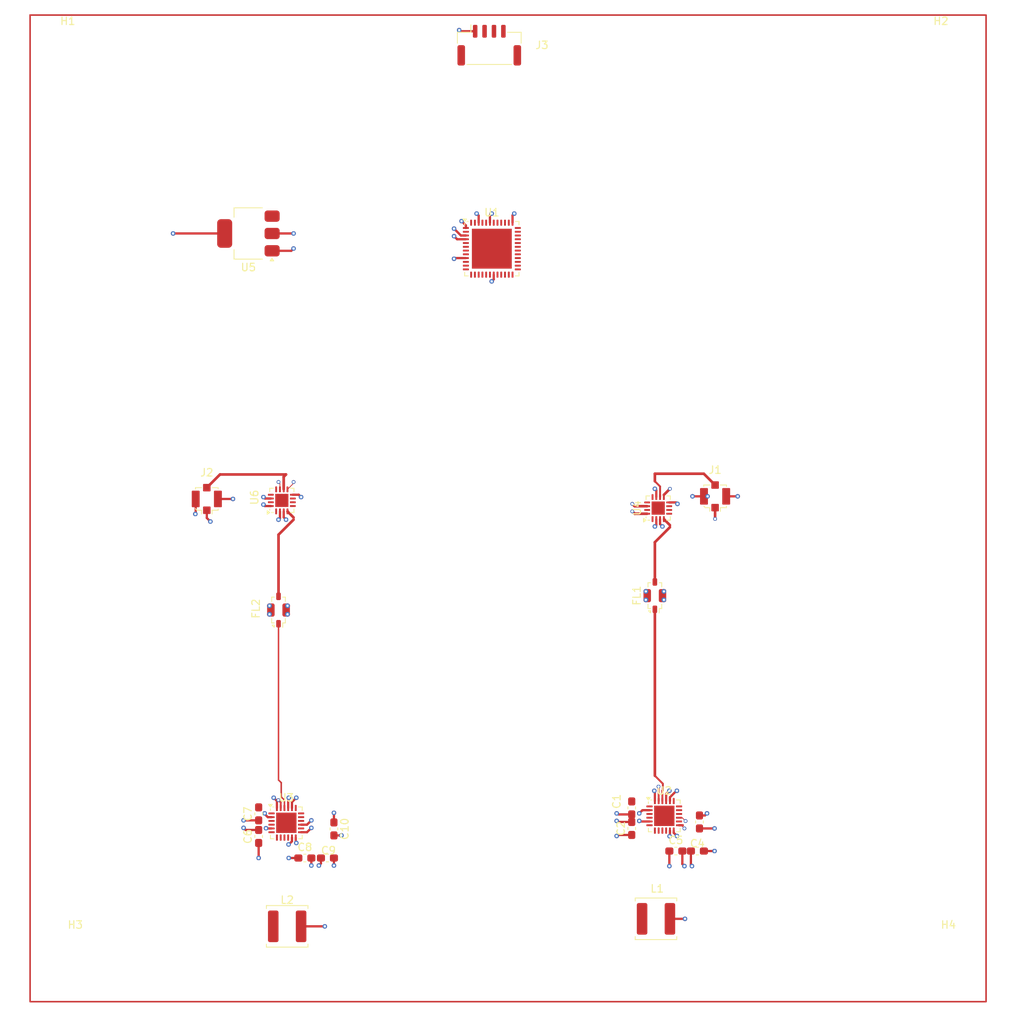
<source format=kicad_pcb>
(kicad_pcb (version 20241229) (generator "pcbnew") (generator_version "9.0")
  (layers (0 "F.Cu" signal) (4 "In1.Cu" signal) (6 "In2.Cu" signal) (2 "B.Cu" signal) (13 "F.Paste" user) (15 "B.Paste" user) (5 "F.SilkS" user "F.Silkscreen") (7 "B.SilkS" user "B.Silkscreen") (1 "F.Mask" user) (3 "B.Mask" user) (25 "Edge.Cuts" user))
  (net 0 "")
  (net 1 "Net-(FL1-GND-Pad2)")
  (net 2 "Net-(FL1-IN)")
  (net 3 "Net-(FL1-OUT)")
  (net 5 "/RXEN1")
  (net 6 "+3.3V")
  (net 17 "/TX")
  (net 18 "/TXENO")
  (net 19 "/CS1")
  (net 21 "/CSO")
  (net 22 "/SCK")
  (net 28 "GND")
  (net 29 "/MISO")
  (net 30 "/RXENO")
  (net 32 "/TXEN1")
  (net 37 "/RX")
  (net 43 "/MOSI")
  (net 47 "Net-(U2-VR_PA)")
  (net 48 "Net-(U3-VR_PA)")
  (net 49 "Net-(FL2-GND-Pad2)")
  (net 50 "Net-(FL2-IN)")
  (net 51 "Net-(FL2-OUT)")
  (net 52 "Net-(J1-In)")
  (net 53 "Net-(J2-In)")
  (net 54 "/VCC")
  (net 55 "Net-(U2-DCC_SW)")
  (net 56 "Net-(U3-DCC_SW)")
  (net 58 "/NRESET")
  (net 63 "Net-(U2-XTA)")
  (net 66 "/CS0")
  (net 67 "Net-(U3-XTA)")
  (footprint "Package_DFN_QFN:QFN-48-1EP_7x7mm_P0.5mm_EP5.3x5.3mm" (layer "F.Cu") (at 167.34 50.02)
    (property "Reference" "U1" (at 0 -4.8 0) (layer "F.SilkS"))
    (property "Value" "ESP32-PICO-D4")
    (pad "1" smd roundrect (at -3.45 -2.75) (size 0.8 0.25) (layers "F.Cu" "F.Mask" "F.Paste") (net 6 "+3.3V"))
    (pad "2" smd roundrect (at -3.45 -2.25) (size 0.8 0.25) (layers "F.Cu" "F.Mask" "F.Paste"))
    (pad "3" smd roundrect (at -3.45 -1.75) (size 0.8 0.25) (layers "F.Cu" "F.Mask" "F.Paste") (net 6 "+3.3V"))
    (pad "4" smd roundrect (at -3.45 -1.25) (size 0.8 0.25) (layers "F.Cu" "F.Mask" "F.Paste") (net 6 "+3.3V"))
    (pad "5" smd roundrect (at -3.45 -0.75) (size 0.8 0.25) (layers "F.Cu" "F.Mask" "F.Paste"))
    (pad "6" smd roundrect (at -3.45 -0.25) (size 0.8 0.25) (layers "F.Cu" "F.Mask" "F.Paste"))
    (pad "7" smd roundrect (at -3.45 0.25) (size 0.8 0.25) (layers "F.Cu" "F.Mask" "F.Paste"))
    (pad "8" smd roundrect (at -3.45 0.75) (size 0.8 0.25) (layers "F.Cu" "F.Mask" "F.Paste"))
    (pad "9" smd roundrect (at -3.45 1.25) (size 0.8 0.25) (layers "F.Cu" "F.Mask" "F.Paste") (net 6 "+3.3V"))
    (pad "10" smd roundrect (at -3.45 1.75) (size 0.8 0.25) (layers "F.Cu" "F.Mask" "F.Paste"))
    (pad "11" smd roundrect (at -3.45 2.25) (size 0.8 0.25) (layers "F.Cu" "F.Mask" "F.Paste"))
    (pad "12" smd roundrect (at -3.45 2.75) (size 0.8 0.25) (layers "F.Cu" "F.Mask" "F.Paste") (net 5 "/RXEN1"))
    (pad "13" smd roundrect (at -2.75 3.45) (size 0.25 0.8) (layers "F.Cu" "F.Mask" "F.Paste"))
    (pad "14" smd roundrect (at -2.25 3.45) (size 0.25 0.8) (layers "F.Cu" "F.Mask" "F.Paste") (net 18 "/TXENO"))
    (pad "15" smd roundrect (at -1.75 3.45) (size 0.25 0.8) (layers "F.Cu" "F.Mask" "F.Paste") (net 30 "/RXENO"))
    (pad "16" smd roundrect (at -1.25 3.45) (size 0.25 0.8) (layers "F.Cu" "F.Mask" "F.Paste") (net 32 "/TXEN1"))
    (pad "17" smd roundrect (at -0.75 3.45) (size 0.25 0.8) (layers "F.Cu" "F.Mask" "F.Paste"))
    (pad "18" smd roundrect (at -0.25 3.45) (size 0.25 0.8) (layers "F.Cu" "F.Mask" "F.Paste"))
    (pad "19" smd roundrect (at 0.25 3.45) (size 0.25 0.8) (layers "F.Cu" "F.Mask" "F.Paste") (net 6 "+3.3V"))
    (pad "20" smd roundrect (at 0.75 3.45) (size 0.25 0.8) (layers "F.Cu" "F.Mask" "F.Paste"))
    (pad "21" smd roundrect (at 1.25 3.45) (size 0.25 0.8) (layers "F.Cu" "F.Mask" "F.Paste"))
    (pad "22" smd roundrect (at 1.75 3.45) (size 0.25 0.8) (layers "F.Cu" "F.Mask" "F.Paste") (net 21 "/CSO"))
    (pad "23" smd roundrect (at 2.25 3.45) (size 0.25 0.8) (layers "F.Cu" "F.Mask" "F.Paste"))
    (pad "24" smd roundrect (at 2.75 3.45) (size 0.25 0.8) (layers "F.Cu" "F.Mask" "F.Paste"))
    (pad "25" smd roundrect (at 3.45 2.75) (size 0.8 0.25) (layers "F.Cu" "F.Mask" "F.Paste"))
    (pad "26" smd roundrect (at 3.45 2.25) (size 0.8 0.25) (layers "F.Cu" "F.Mask" "F.Paste"))
    (pad "27" smd roundrect (at 3.45 1.75) (size 0.8 0.25) (layers "F.Cu" "F.Mask" "F.Paste"))
    (pad "28" smd roundrect (at 3.45 1.25) (size 0.8 0.25) (layers "F.Cu" "F.Mask" "F.Paste"))
    (pad "29" smd roundrect (at 3.45 0.75) (size 0.8 0.25) (layers "F.Cu" "F.Mask" "F.Paste"))
    (pad "30" smd roundrect (at 3.45 0.25) (size 0.8 0.25) (layers "F.Cu" "F.Mask" "F.Paste"))
    (pad "31" smd roundrect (at 3.45 -0.25) (size 0.8 0.25) (layers "F.Cu" "F.Mask" "F.Paste"))
    (pad "32" smd roundrect (at 3.45 -0.75) (size 0.8 0.25) (layers "F.Cu" "F.Mask" "F.Paste"))
    (pad "33" smd roundrect (at 3.45 -1.25) (size 0.8 0.25) (layers "F.Cu" "F.Mask" "F.Paste"))
    (pad "34" smd roundrect (at 3.45 -1.75) (size 0.8 0.25) (layers "F.Cu" "F.Mask" "F.Paste") (net 19 "/CS1"))
    (pad "35" smd roundrect (at 3.45 -2.25) (size 0.8 0.25) (layers "F.Cu" "F.Mask" "F.Paste") (net 22 "/SCK"))
    (pad "36" smd roundrect (at 3.45 -2.75) (size 0.8 0.25) (layers "F.Cu" "F.Mask" "F.Paste") (net 43 "/MOSI"))
    (pad "37" smd roundrect (at 2.75 -3.45) (size 0.25 0.8) (layers "F.Cu" "F.Mask" "F.Paste") (net 6 "+3.3V"))
    (pad "38" smd roundrect (at 2.25 -3.45) (size 0.25 0.8) (layers "F.Cu" "F.Mask" "F.Paste") (net 29 "/MISO"))
    (pad "39" smd roundrect (at 1.75 -3.45) (size 0.25 0.8) (layers "F.Cu" "F.Mask" "F.Paste"))
    (pad "40" smd roundrect (at 1.25 -3.45) (size 0.25 0.8) (layers "F.Cu" "F.Mask" "F.Paste") (net 37 "/RX"))
    (pad "41" smd roundrect (at 0.75 -3.45) (size 0.25 0.8) (layers "F.Cu" "F.Mask" "F.Paste") (net 17 "/TX"))
    (pad "42" smd roundrect (at 0.25 -3.45) (size 0.25 0.8) (layers "F.Cu" "F.Mask" "F.Paste"))
    (pad "43" smd roundrect (at -0.25 -3.45) (size 0.25 0.8) (layers "F.Cu" "F.Mask" "F.Paste") (net 6 "+3.3V"))
    (pad "44" smd roundrect (at -0.75 -3.45) (size 0.25 0.8) (layers "F.Cu" "F.Mask" "F.Paste"))
    (pad "45" smd roundrect (at -1.25 -3.45) (size 0.25 0.8) (layers "F.Cu" "F.Mask" "F.Paste"))
    (pad "46" smd roundrect (at -1.75 -3.45) (size 0.25 0.8) (layers "F.Cu" "F.Mask" "F.Paste") (net 6 "+3.3V"))
    (pad "47" smd roundrect (at -2.25 -3.45) (size 0.25 0.8) (layers "F.Cu" "F.Mask" "F.Paste"))
    (pad "48" smd roundrect (at -2.75 -3.45) (size 0.25 0.8) (layers "F.Cu" "F.Mask" "F.Paste"))
    (pad "49" smd rect (at 0 0) (size 5.3 5.3) (property pad_prop_heatsink) (layers "F.Cu" "F.Mask") (net 28 "GND"))
  )
  (footprint "Capacitor_SMD:C_0603_1608Metric_Pad1.08x0.95mm_HandSolder" (layer "F.Cu") (at 185.925 124.275 90)
    (property "Reference" "C1" (at 0.8625 -2 90) (layer "F.SilkS"))
    (property "Value" "10nF")
    (pad "1" smd roundrect (at -0.8625 0 90) (size 1.075 0.95) (layers "F.Cu" "F.Mask" "F.Paste") (net 28 "GND"))
    (pad "2" smd roundrect (at 0.8625 0 90) (size 1.075 0.95) (layers "F.Cu" "F.Mask" "F.Paste") (net 47 "Net-(U2-VR_PA)"))
  )
  (footprint "Inductor_SMD:L_APV_ANR5045" (layer "F.Cu") (at 189.15 139)
    (property "Reference" "L1" (at 0.15 -4 0) (layer "F.SilkS"))
    (property "Value" "15uH MPL-SES5040-150")
    (pad "1" smd roundrect (at -1.85 0) (size 1.4 4.2) (layers "F.Cu" "F.Mask" "F.Paste") (roundrect_rratio 0.178571) (net 55 "Net-(U2-DCC_SW)"))
    (pad "2" smd roundrect (at 1.85 0) (size 1.4 4.2) (layers "F.Cu" "F.Mask" "F.Paste") (roundrect_rratio 0.178571) (net 6 "+3.3V"))
  )
  (footprint "Capacitor_SMD:C_0603_1608Metric_Pad1.08x0.95mm_HandSolder" (layer "F.Cu") (at 145.5 130.925 180)
    (property "Reference" "C9" (at -0.1375 1 0) (layer "F.SilkS"))
    (property "Value" "100nF")
    (pad "1" smd roundrect (at -0.8625 0 180) (size 1.075 0.95) (layers "F.Cu" "F.Mask" "F.Paste") (net 28 "GND"))
    (pad "2" smd roundrect (at 0.8625 0 180) (size 1.075 0.95) (layers "F.Cu" "F.Mask" "F.Paste") (net 6 "+3.3V"))
  )
  (footprint "MountingHole:MountingHole_3.2mm_M3" (layer "F.Cu") (at 112 144)
    (property "Reference" "H3" (at 0 -4.2 0) (layer "F.SilkS"))
    (property "Value" "MountingHole")
    (pad "" np_thru_hole circle (at 0 0) (size 3.2 3.2) (drill 3.2) (layers "*.Cu" "*.Mask"))
  )
  (footprint "Capacitor_SMD:C_0603_1608Metric_Pad1.08x0.95mm_HandSolder" (layer "F.Cu") (at 194.65 130 180)
    (property "Reference" "C4" (at 0 1 0) (layer "F.SilkS"))
    (property "Value" "100nF")
    (pad "1" smd roundrect (at -0.8625 0 180) (size 1.075 0.95) (layers "F.Cu" "F.Mask" "F.Paste") (net 28 "GND"))
    (pad "2" smd roundrect (at 0.8625 0 180) (size 1.075 0.95) (layers "F.Cu" "F.Mask" "F.Paste") (net 6 "+3.3V"))
  )
  (footprint "Capacitor_SMD:C_0603_1608Metric_Pad1.08x0.95mm_HandSolder" (layer "F.Cu") (at 136.3625 128.0625 90)
    (property "Reference" "C6" (at 0 -1.43 90) (layer "F.SilkS"))
    (property "Value" "10nF")
    (pad "1" smd roundrect (at -0.8625 0 90) (size 1.075 0.95) (layers "F.Cu" "F.Mask" "F.Paste") (net 28 "GND"))
    (pad "2" smd roundrect (at 0.8625 0 90) (size 1.075 0.95) (layers "F.Cu" "F.Mask" "F.Paste") (net 6 "+3.3V"))
  )
  (footprint "Capacitor_SMD:C_0603_1608Metric_Pad1.08x0.95mm_HandSolder" (layer "F.Cu") (at 146.3625 127.0625 -90)
    (property "Reference" "C10" (at 0 -1.43 90) (layer "F.SilkS"))
    (property "Value" "100nF")
    (pad "1" smd roundrect (at -0.8625 0 270) (size 1.075 0.95) (layers "F.Cu" "F.Mask" "F.Paste") (net 28 "GND"))
    (pad "2" smd roundrect (at 0.8625 0 270) (size 1.075 0.95) (layers "F.Cu" "F.Mask" "F.Paste") (net 6 "+3.3V"))
  )
  (footprint "MountingHole:MountingHole_3.2mm_M3" (layer "F.Cu") (at 227 24)
    (property "Reference" "H2" (at 0 -4.2 0) (layer "F.SilkS"))
    (property "Value" "MountingHole")
    (pad "" np_thru_hole circle (at 0 0) (size 3.2 3.2) (drill 3.2) (layers "*.Cu" "*.Mask"))
  )
  (footprint "Package_DFN_QFN:QFN-16-1EP_3x3mm_P0.5mm_EP1.75x1.75mm" (layer "F.Cu") (at 189.44 84.4625 90)
    (property "Reference" "U4" (at 0 -2.8 90) (layer "F.SilkS"))
    (property "Value" "~")
    (pad "1" smd roundrect (at -1.4625 -0.75 90) (size 0.775 0.25) (layers "F.Cu" "F.Mask" "F.Paste"))
    (pad "2" smd roundrect (at -1.4625 -0.25 90) (size 0.775 0.25) (layers "F.Cu" "F.Mask" "F.Paste") (net 28 "GND"))
    (pad "3" smd roundrect (at -1.4625 0.25 90) (size 0.775 0.25) (layers "F.Cu" "F.Mask" "F.Paste") (net 28 "GND"))
    (pad "4" smd roundrect (at -1.4625 0.75 90) (size 0.775 0.25) (layers "F.Cu" "F.Mask" "F.Paste") (net 3 "Net-(FL1-OUT)"))
    (pad "5" smd roundrect (at -0.75 1.4625 90) (size 0.25 0.775) (layers "F.Cu" "F.Mask" "F.Paste") (net 18 "/TXENO"))
    (pad "6" smd roundrect (at -0.25 1.4625 90) (size 0.25 0.775) (layers "F.Cu" "F.Mask" "F.Paste") (net 30 "/RXENO"))
    (pad "7" smd roundrect (at 0.25 1.4625 90) (size 0.25 0.775) (layers "F.Cu" "F.Mask" "F.Paste"))
    (pad "8" smd roundrect (at 0.75 1.4625 90) (size 0.25 0.775) (layers "F.Cu" "F.Mask" "F.Paste") (net 28 "GND"))
    (pad "9" smd roundrect (at 1.4625 0.75 90) (size 0.775 0.25) (layers "F.Cu" "F.Mask" "F.Paste") (net 28 "GND"))
    (pad "10" smd roundrect (at 1.4625 0.25 90) (size 0.775 0.25) (layers "F.Cu" "F.Mask" "F.Paste") (net 52 "Net-(J1-In)"))
    (pad "11" smd roundrect (at 1.4625 -0.25 90) (size 0.775 0.25) (layers "F.Cu" "F.Mask" "F.Paste") (net 28 "GND"))
    (pad "12" smd roundrect (at 1.4625 -0.75 90) (size 0.775 0.25) (layers "F.Cu" "F.Mask" "F.Paste"))
    (pad "13" smd roundrect (at 0.75 -1.4625 90) (size 0.25 0.775) (layers "F.Cu" "F.Mask" "F.Paste"))
    (pad "14" smd roundrect (at 0.25 -1.4625 90) (size 0.25 0.775) (layers "F.Cu" "F.Mask" "F.Paste") (net 6 "+3.3V"))
    (pad "15" smd roundrect (at -0.25 -1.4625 90) (size 0.25 0.775) (layers "F.Cu" "F.Mask" "F.Paste"))
    (pad "16" smd roundrect (at -0.75 -1.4625 90) (size 0.25 0.775) (layers "F.Cu" "F.Mask" "F.Paste") (net 6 "+3.3V"))
    (pad "17" smd rect (at 0 0 90) (size 1.75 1.75) (property pad_prop_heatsink) (layers "F.Cu" "F.Mask"))
  )
  (footprint "Filter:Filter_Mini-Circuits_FV1206-4" (layer "F.Cu") (at 139 98 90)
    (property "Reference" "FL2" (at 0.185 -3 90) (layer "F.SilkS"))
    (property "Value" "BFCN-2450")
    (pad "1" smd roundrect (at -1.815 0 90) (size 0.99 0.61) (layers "F.Cu" "F.Mask" "F.Paste") (net 50 "Net-(FL2-IN)"))
    (pad "2" thru_hole circle (at -0.56 1.195 90) (size 0.63 0.63) (drill 0.3) (layers "*.Cu" "*.Mask") (net 49 "Net-(FL2-GND-Pad2)"))
    (pad "2" smd roundrect (at 0 1.015 90) (size 1.75 0.99) (layers "F.Cu" "F.Mask" "F.Paste") (net 28 "GND"))
    (pad "2" thru_hole circle (at 0.56 1.195 90) (size 0.63 0.63) (drill 0.3) (layers "*.Cu" "*.Mask") (net 49 "Net-(FL2-GND-Pad2)"))
    (pad "3" smd roundrect (at 1.815 0 90) (size 0.99 0.61) (layers "F.Cu" "F.Mask" "F.Paste") (net 51 "Net-(FL2-OUT)"))
    (pad "4" thru_hole circle (at -0.56 -1.195 90) (size 0.63 0.63) (drill 0.3) (layers "*.Cu" "*.Mask") (net 49 "Net-(FL2-GND-Pad2)"))
    (pad "4" smd roundrect (at 0 -1.015 90) (size 1.75 0.99) (layers "F.Cu" "F.Mask" "F.Paste") (net 28 "GND"))
    (pad "4" thru_hole circle (at 0.56 -1.195 90) (size 0.63 0.63) (drill 0.3) (layers "*.Cu" "*.Mask") (net 49 "Net-(FL2-GND-Pad2)"))
  )
  (footprint "MountingHole:MountingHole_3.2mm_M3" (layer "F.Cu") (at 111 24)
    (property "Reference" "H1" (at 0 -4.2 0) (layer "F.SilkS"))
    (property "Value" "MountingHole")
    (pad "" np_thru_hole circle (at 0 0) (size 3.2 3.2) (drill 3.2) (layers "*.Cu" "*.Mask"))
  )
  (footprint "Connector_Coaxial:U.FL_Molex_MCRF_73412-0110_Vertical" (layer "F.Cu") (at 129.475 83.25 180)
    (property "Reference" "J2" (at 0 3.5 0) (layer "F.SilkS"))
    (property "Value" "Conn_Coaxial")
    (pad "1" smd roundrect (at 0 1.5) (size 1 1) (layers "F.Cu" "F.Mask" "F.Paste") (roundrect_rratio 0.1) (net 53 "Net-(J2-In)"))
    (pad "2" smd roundrect (at -1.475 0) (size 1.05 2.2) (layers "F.Cu" "F.Mask" "F.Paste") (roundrect_rratio 0.1) (net 28 "GND"))
    (pad "2" smd roundrect (at 0 -1.5) (size 1 1) (layers "F.Cu" "F.Mask" "F.Paste") (roundrect_rratio 0.1) (net 28 "GND"))
    (pad "2" smd roundrect (at 1.475 0) (size 1.05 2.2) (layers "F.Cu" "F.Mask" "F.Paste") (roundrect_rratio 0.1) (net 28 "GND"))
  )
  (footprint "Package_TO_SOT_SMD:SOT-223-3_TabPin2" (layer "F.Cu") (at 135 48 180)
    (property "Reference" "U5" (at 0 -4.5 0) (layer "F.SilkS"))
    (property "Value" "LM1117MP-3.3")
    (pad "1" smd roundrect (at -3.15 -2.3 180) (size 2 1.5) (layers "F.Cu" "F.Mask" "F.Paste") (net 28 "GND"))
    (pad "2" smd roundrect (at -3.15 0 180) (size 2 1.5) (layers "F.Cu" "F.Mask" "F.Paste") (net 6 "+3.3V"))
    (pad "2" smd roundrect (at 3.15 0 180) (size 2 3.8) (layers "F.Cu" "F.Mask" "F.Paste") (net 6 "+3.3V"))
    (pad "3" smd roundrect (at -3.15 2.3 180) (size 2 1.5) (layers "F.Cu" "F.Mask" "F.Paste"))
  )
  (footprint "Connector_Coaxial:U.FL_Molex_MCRF_73412-0110_Vertical" (layer "F.Cu") (at 197 82.9025 180)
    (property "Reference" "J1" (at 0 3.5 0) (layer "F.SilkS"))
    (property "Value" "Conn_Coaxial")
    (pad "1" smd roundrect (at 0 1.5) (size 1 1) (layers "F.Cu" "F.Mask" "F.Paste") (roundrect_rratio 0.1) (net 52 "Net-(J1-In)"))
    (pad "2" smd roundrect (at -1.475 0) (size 1.05 2.2) (layers "F.Cu" "F.Mask" "F.Paste") (roundrect_rratio 0.1) (net 28 "GND"))
    (pad "2" smd roundrect (at 0 -1.5) (size 1 1) (layers "F.Cu" "F.Mask" "F.Paste") (roundrect_rratio 0.1) (net 28 "GND"))
    (pad "2" smd roundrect (at 1.475 0) (size 1.05 2.2) (layers "F.Cu" "F.Mask" "F.Paste") (roundrect_rratio 0.1) (net 28 "GND"))
  )
  (footprint "Capacitor_SMD:C_0603_1608Metric_Pad1.08x0.95mm_HandSolder" (layer "F.Cu") (at 191.7875 130)
    (property "Reference" "C5" (at 0 -1.43 0) (layer "F.SilkS"))
    (property "Value" "470nF")
    (pad "1" smd roundrect (at -0.8625 0) (size 1.075 0.95) (layers "F.Cu" "F.Mask" "F.Paste") (net 6 "+3.3V"))
    (pad "2" smd roundrect (at 0.8625 0) (size 1.075 0.95) (layers "F.Cu" "F.Mask" "F.Paste") (net 28 "GND"))
  )
  (footprint "Capacitor_SMD:C_0603_1608Metric_Pad1.08x0.95mm_HandSolder" (layer "F.Cu") (at 136.3625 125.0625 90)
    (property "Reference" "C7" (at 0 -1.43 90) (layer "F.SilkS"))
    (property "Value" "10nF")
    (pad "1" smd roundrect (at -0.8625 0 90) (size 1.075 0.95) (layers "F.Cu" "F.Mask" "F.Paste") (net 28 "GND"))
    (pad "2" smd roundrect (at 0.8625 0 90) (size 1.075 0.95) (layers "F.Cu" "F.Mask" "F.Paste") (net 48 "Net-(U3-VR_PA)"))
  )
  (footprint "Connector_JST:JST_GH_SM04B-GHS-TB_1x04-1MP_P1.25mm_Horizontal" (layer "F.Cu") (at 167 23)
    (property "Reference" "J3" (at 7 0 0) (layer "F.SilkS"))
    (property "Value" "Conn_01x04_Pin")
    (pad "1" smd roundrect (at -1.875 -1.85) (size 0.6 1.7) (layers "F.Cu" "F.Mask" "F.Paste") (net 28 "GND"))
    (pad "2" smd roundrect (at -0.625 -1.85) (size 0.6 1.7) (layers "F.Cu" "F.Mask" "F.Paste") (net 54 "/VCC"))
    (pad "3" smd roundrect (at 0.625 -1.85) (size 0.6 1.7) (layers "F.Cu" "F.Mask" "F.Paste") (net 17 "/TX"))
    (pad "4" smd roundrect (at 1.875 -1.85) (size 0.6 1.7) (layers "F.Cu" "F.Mask" "F.Paste") (net 37 "/RX"))
    (pad "MP" smd roundrect (at -3.725 1.35) (size 1 2.7) (layers "F.Cu" "F.Mask" "F.Paste"))
    (pad "MP" smd roundrect (at 3.725 1.35) (size 1 2.7) (layers "F.Cu" "F.Mask" "F.Paste"))
  )
  (footprint "Package_DFN_QFN:QFN-24-1EP_4x4mm_P0.5mm_EP2.7x2.7mm" (layer "F.Cu") (at 190.25 125.325)
    (property "Reference" "U2" (at 0 -3.33 0) (layer "F.SilkS"))
    (property "Value" "~")
    (pad "1" smd roundrect (at -1.9625 -1.25) (size 0.825 0.25) (layers "F.Cu" "F.Mask" "F.Paste") (net 47 "Net-(U2-VR_PA)"))
    (pad "2" smd roundrect (at -1.9625 -0.75) (size 0.825 0.25) (layers "F.Cu" "F.Mask" "F.Paste") (net 6 "+3.3V"))
    (pad "3" smd roundrect (at -1.9625 -0.25) (size 0.825 0.25) (layers "F.Cu" "F.Mask" "F.Paste") (net 58 "/NRESET"))
    (pad "4" smd roundrect (at -1.9625 0.25) (size 0.825 0.25) (layers "F.Cu" "F.Mask" "F.Paste") (net 63 "Net-(U2-XTA)"))
    (pad "5" smd roundrect (at -1.9625 0.75) (size 0.825 0.25) (layers "F.Cu" "F.Mask" "F.Paste") (net 28 "GND"))
    (pad "6" smd roundrect (at -1.9625 1.25) (size 0.825 0.25) (layers "F.Cu" "F.Mask" "F.Paste"))
    (pad "7" smd roundrect (at -1.25 1.9625) (size 0.25 0.825) (layers "F.Cu" "F.Mask" "F.Paste"))
    (pad "8" smd roundrect (at -0.75 1.9625) (size 0.25 0.825) (layers "F.Cu" "F.Mask" "F.Paste"))
    (pad "9" smd roundrect (at -0.25 1.9625) (size 0.25 0.825) (layers "F.Cu" "F.Mask" "F.Paste"))
    (pad "10" smd roundrect (at 0.25 1.9625) (size 0.25 0.825) (layers "F.Cu" "F.Mask" "F.Paste"))
    (pad "11" smd roundrect (at 0.75 1.9625) (size 0.25 0.825) (layers "F.Cu" "F.Mask" "F.Paste") (net 6 "+3.3V"))
    (pad "12" smd roundrect (at 1.25 1.9625) (size 0.25 0.825) (layers "F.Cu" "F.Mask" "F.Paste") (net 6 "+3.3V"))
    (pad "13" smd roundrect (at 1.9625 1.25) (size 0.825 0.25) (layers "F.Cu" "F.Mask" "F.Paste") (net 28 "GND"))
    (pad "14" smd roundrect (at 1.9625 0.75) (size 0.825 0.25) (layers "F.Cu" "F.Mask" "F.Paste") (net 55 "Net-(U2-DCC_SW)"))
    (pad "15" smd roundrect (at 1.9625 0.25) (size 0.825 0.25) (layers "F.Cu" "F.Mask" "F.Paste") (net 6 "+3.3V"))
    (pad "16" smd roundrect (at 1.9625 -0.25) (size 0.825 0.25) (layers "F.Cu" "F.Mask" "F.Paste") (net 29 "/MISO"))
    (pad "17" smd roundrect (at 1.9625 -0.75) (size 0.825 0.25) (layers "F.Cu" "F.Mask" "F.Paste") (net 43 "/MOSI"))
    (pad "18" smd roundrect (at 1.9625 -1.25) (size 0.825 0.25) (layers "F.Cu" "F.Mask" "F.Paste") (net 22 "/SCK"))
    (pad "19" smd roundrect (at 1.25 -1.9625) (size 0.25 0.825) (layers "F.Cu" "F.Mask" "F.Paste") (net 19 "/CS1"))
    (pad "20" smd roundrect (at 0.75 -1.9625) (size 0.25 0.825) (layers "F.Cu" "F.Mask" "F.Paste") (net 28 "GND"))
    (pad "21" smd roundrect (at 0.25 -1.9625) (size 0.25 0.825) (layers "F.Cu" "F.Mask" "F.Paste") (net 28 "GND"))
    (pad "22" smd roundrect (at -0.25 -1.9625) (size 0.25 0.825) (layers "F.Cu" "F.Mask" "F.Paste") (net 2 "Net-(FL1-IN)"))
    (pad "23" smd roundrect (at -0.75 -1.9625) (size 0.25 0.825) (layers "F.Cu" "F.Mask" "F.Paste") (net 28 "GND"))
    (pad "24" smd roundrect (at -1.25 -1.9625) (size 0.25 0.825) (layers "F.Cu" "F.Mask" "F.Paste") (net 28 "GND"))
    (pad "25" smd rect (at 0 0) (size 2.7 2.7) (property pad_prop_heatsink) (layers "F.Cu" "F.Mask"))
  )
  (footprint "Inductor_SMD:L_APV_ANR5045" (layer "F.Cu") (at 140.15 140)
    (property "Reference" "L2" (at 0 -3.5 0) (layer "F.SilkS"))
    (property "Value" "15uH MPL-SE5040-150")
    (pad "1" smd roundrect (at -1.85 0) (size 1.4 4.2) (layers "F.Cu" "F.Mask" "F.Paste") (roundrect_rratio 0.178571) (net 56 "Net-(U3-DCC_SW)"))
    (pad "2" smd roundrect (at 1.85 0) (size 1.4 4.2) (layers "F.Cu" "F.Mask" "F.Paste") (roundrect_rratio 0.178571) (net 6 "+3.3V"))
  )
  (footprint "MountingHole:MountingHole_3.2mm_M3" (layer "F.Cu") (at 228 144)
    (property "Reference" "H4" (at 0 -4.2 0) (layer "F.SilkS"))
    (property "Value" "MountingHole")
    (pad "" np_thru_hole circle (at 0 0) (size 3.2 3.2) (drill 3.2) (layers "*.Cu" "*.Mask"))
  )
  (footprint "Capacitor_SMD:C_0603_1608Metric_Pad1.08x0.95mm_HandSolder" (layer "F.Cu") (at 194.925 126.1375 90)
    (property "Reference" "C3" (hide yes))
    (property "Value" "100nF")
    (pad "1" smd roundrect (at -0.8625 0 90) (size 1.075 0.95) (layers "F.Cu" "F.Mask" "F.Paste") (net 28 "GND"))
    (pad "2" smd roundrect (at 0.8625 0 90) (size 1.075 0.95) (layers "F.Cu" "F.Mask" "F.Paste") (net 6 "+3.3V"))
  )
  (footprint "Capacitor_SMD:C_0603_1608Metric_Pad1.08x0.95mm_HandSolder" (layer "F.Cu") (at 185.925 127 90)
    (property "Reference" "C2" (at 0 -1.43 90) (layer "F.SilkS"))
    (property "Value" "10nF")
    (pad "1" smd roundrect (at -0.8625 0 90) (size 1.075 0.95) (layers "F.Cu" "F.Mask" "F.Paste") (net 28 "GND"))
    (pad "2" smd roundrect (at 0.8625 0 90) (size 1.075 0.95) (layers "F.Cu" "F.Mask" "F.Paste") (net 6 "+3.3V"))
  )
  (footprint "Package_DFN_QFN:QFN-16-1EP_3x3mm_P0.5mm_EP1.75x1.75mm" (layer "F.Cu") (at 139.44 83.44 90)
    (property "Reference" "U6" (at 0.4 -3.63 90) (layer "F.SilkS"))
    (property "Value" "~")
    (pad "1" smd roundrect (at -1.4625 -0.75 90) (size 0.775 0.25) (layers "F.Cu" "F.Mask" "F.Paste"))
    (pad "2" smd roundrect (at -1.4625 -0.25 90) (size 0.775 0.25) (layers "F.Cu" "F.Mask" "F.Paste") (net 28 "GND"))
    (pad "3" smd roundrect (at -1.4625 0.25 90) (size 0.775 0.25) (layers "F.Cu" "F.Mask" "F.Paste") (net 28 "GND"))
    (pad "4" smd roundrect (at -1.4625 0.75 90) (size 0.775 0.25) (layers "F.Cu" "F.Mask" "F.Paste") (net 51 "Net-(FL2-OUT)"))
    (pad "5" smd roundrect (at -0.75 1.4625 90) (size 0.25 0.775) (layers "F.Cu" "F.Mask" "F.Paste") (net 18 "/TXENO"))
    (pad "6" smd roundrect (at -0.25 1.4625 90) (size 0.25 0.775) (layers "F.Cu" "F.Mask" "F.Paste") (net 30 "/RXENO"))
    (pad "7" smd roundrect (at 0.25 1.4625 90) (size 0.25 0.775) (layers "F.Cu" "F.Mask" "F.Paste"))
    (pad "8" smd roundrect (at 0.75 1.4625 90) (size 0.25 0.775) (layers "F.Cu" "F.Mask" "F.Paste") (net 28 "GND"))
    (pad "9" smd roundrect (at 1.4625 0.75 90) (size 0.775 0.25) (layers "F.Cu" "F.Mask" "F.Paste") (net 28 "GND"))
    (pad "10" smd roundrect (at 1.4625 0.25 90) (size 0.775 0.25) (layers "F.Cu" "F.Mask" "F.Paste") (net 53 "Net-(J2-In)"))
    (pad "11" smd roundrect (at 1.4625 -0.25 90) (size 0.775 0.25) (layers "F.Cu" "F.Mask" "F.Paste") (net 28 "GND"))
    (pad "12" smd roundrect (at 1.4625 -0.75 90) (size 0.775 0.25) (layers "F.Cu" "F.Mask" "F.Paste"))
    (pad "13" smd roundrect (at 0.75 -1.4625 90) (size 0.25 0.775) (layers "F.Cu" "F.Mask" "F.Paste"))
    (pad "14" smd roundrect (at 0.25 -1.4625 90) (size 0.25 0.775) (layers "F.Cu" "F.Mask" "F.Paste") (net 6 "+3.3V"))
    (pad "15" smd roundrect (at -0.25 -1.4625 90) (size 0.25 0.775) (layers "F.Cu" "F.Mask" "F.Paste"))
    (pad "16" smd roundrect (at -0.75 -1.4625 90) (size 0.25 0.775) (layers "F.Cu" "F.Mask" "F.Paste") (net 6 "+3.3V"))
    (pad "17" smd rect (at 0 0 90) (size 1.75 1.75) (property pad_prop_heatsink) (layers "F.Cu" "F.Mask"))
  )
  (footprint "Capacitor_SMD:C_0603_1608Metric_Pad1.08x0.95mm_HandSolder" (layer "F.Cu") (at 142.5 130.925)
    (property "Reference" "C8" (at 0 -1.43 0) (layer "F.SilkS"))
    (property "Value" "470nF")
    (pad "1" smd roundrect (at -0.8625 0) (size 1.075 0.95) (layers "F.Cu" "F.Mask" "F.Paste") (net 6 "+3.3V"))
    (pad "2" smd roundrect (at 0.8625 0) (size 1.075 0.95) (layers "F.Cu" "F.Mask" "F.Paste") (net 28 "GND"))
  )
  (footprint "Filter:Filter_Mini-Circuits_FV1206-4" (layer "F.Cu") (at 189 96.0875 90)
    (property "Reference" "FL1" (at 0 -2.4 90) (layer "F.SilkS"))
    (property "Value" "BFCN-2450")
    (pad "1" smd roundrect (at -1.815 0 90) (size 0.99 0.61) (layers "F.Cu" "F.Mask" "F.Paste") (net 2 "Net-(FL1-IN)"))
    (pad "2" thru_hole circle (at -0.56 1.195 90) (size 0.63 0.63) (drill 0.3) (layers "*.Cu" "*.Mask") (net 1 "Net-(FL1-GND-Pad2)"))
    (pad "2" smd roundrect (at 0 1.015 90) (size 1.75 0.99) (layers "F.Cu" "F.Mask" "F.Paste") (net 28 "GND"))
    (pad "2" thru_hole circle (at 0.56 1.195 90) (size 0.63 0.63) (drill 0.3) (layers "*.Cu" "*.Mask") (net 1 "Net-(FL1-GND-Pad2)"))
    (pad "3" smd roundrect (at 1.815 0 90) (size 0.99 0.61) (layers "F.Cu" "F.Mask" "F.Paste") (net 3 "Net-(FL1-OUT)"))
    (pad "4" thru_hole circle (at -0.56 -1.195 90) (size 0.63 0.63) (drill 0.3) (layers "*.Cu" "*.Mask") (net 1 "Net-(FL1-GND-Pad2)"))
    (pad "4" smd roundrect (at 0 -1.015 90) (size 1.75 0.99) (layers "F.Cu" "F.Mask" "F.Paste") (net 28 "GND"))
    (pad "4" thru_hole circle (at 0.56 -1.195 90) (size 0.63 0.63) (drill 0.3) (layers "*.Cu" "*.Mask") (net 1 "Net-(FL1-GND-Pad2)"))
  )
  (footprint "Package_DFN_QFN:QFN-24-1EP_4x4mm_P0.5mm_EP2.7x2.7mm" (layer "F.Cu") (at 140.0375 126.25)
    (property "Reference" "U3" (at 0 -3.33 0) (layer "F.SilkS"))
    (property "Value" "~")
    (pad "1" smd roundrect (at -1.9625 -1.25) (size 0.825 0.25) (layers "F.Cu" "F.Mask" "F.Paste") (net 48 "Net-(U3-VR_PA)"))
    (pad "2" smd roundrect (at -1.9625 -0.75) (size 0.825 0.25) (layers "F.Cu" "F.Mask" "F.Paste") (net 6 "+3.3V"))
    (pad "3" smd roundrect (at -1.9625 -0.25) (size 0.825 0.25) (layers "F.Cu" "F.Mask" "F.Paste") (net 58 "/NRESET"))
    (pad "4" smd roundrect (at -1.9625 0.25) (size 0.825 0.25) (layers "F.Cu" "F.Mask" "F.Paste") (net 67 "Net-(U3-XTA)"))
    (pad "5" smd roundrect (at -1.9625 0.75) (size 0.825 0.25) (layers "F.Cu" "F.Mask" "F.Paste") (net 28 "GND"))
    (pad "6" smd roundrect (at -1.9625 1.25) (size 0.825 0.25) (layers "F.Cu" "F.Mask" "F.Paste"))
    (pad "7" smd roundrect (at -1.25 1.9625) (size 0.25 0.825) (layers "F.Cu" "F.Mask" "F.Paste"))
    (pad "8" smd roundrect (at -0.75 1.9625) (size 0.25 0.825) (layers "F.Cu" "F.Mask" "F.Paste"))
    (pad "9" smd roundrect (at -0.25 1.9625) (size 0.25 0.825) (layers "F.Cu" "F.Mask" "F.Paste"))
    (pad "10" smd roundrect (at 0.25 1.9625) (size 0.25 0.825) (layers "F.Cu" "F.Mask" "F.Paste"))
    (pad "11" smd roundrect (at 0.75 1.9625) (size 0.25 0.825) (layers "F.Cu" "F.Mask" "F.Paste") (net 6 "+3.3V"))
    (pad "12" smd roundrect (at 1.25 1.9625) (size 0.25 0.825) (layers "F.Cu" "F.Mask" "F.Paste") (net 6 "+3.3V"))
    (pad "13" smd roundrect (at 1.9625 1.25) (size 0.825 0.25) (layers "F.Cu" "F.Mask" "F.Paste") (net 28 "GND"))
    (pad "14" smd roundrect (at 1.9625 0.75) (size 0.825 0.25) (layers "F.Cu" "F.Mask" "F.Paste") (net 56 "Net-(U3-DCC_SW)"))
    (pad "15" smd roundrect (at 1.9625 0.25) (size 0.825 0.25) (layers "F.Cu" "F.Mask" "F.Paste") (net 6 "+3.3V"))
    (pad "16" smd roundrect (at 1.9625 -0.25) (size 0.825 0.25) (layers "F.Cu" "F.Mask" "F.Paste") (net 29 "/MISO"))
    (pad "17" smd roundrect (at 1.9625 -0.75) (size 0.825 0.25) (layers "F.Cu" "F.Mask" "F.Paste") (net 43 "/MOSI"))
    (pad "18" smd roundrect (at 1.9625 -1.25) (size 0.825 0.25) (layers "F.Cu" "F.Mask" "F.Paste") (net 22 "/SCK"))
    (pad "19" smd roundrect (at 1.25 -1.9625) (size 0.25 0.825) (layers "F.Cu" "F.Mask" "F.Paste") (net 66 "/CS0"))
    (pad "20" smd roundrect (at 0.75 -1.9625) (size 0.25 0.825) (layers "F.Cu" "F.Mask" "F.Paste") (net 28 "GND"))
    (pad "21" smd roundrect (at 0.25 -1.9625) (size 0.25 0.825) (layers "F.Cu" "F.Mask" "F.Paste") (net 28 "GND"))
    (pad "22" smd roundrect (at -0.25 -1.9625) (size 0.25 0.825) (layers "F.Cu" "F.Mask" "F.Paste") (net 50 "Net-(FL2-IN)"))
    (pad "23" smd roundrect (at -0.75 -1.9625) (size 0.25 0.825) (layers "F.Cu" "F.Mask" "F.Paste") (net 28 "GND"))
    (pad "24" smd roundrect (at -1.25 -1.9625) (size 0.25 0.825) (layers "F.Cu" "F.Mask" "F.Paste") (net 28 "GND"))
    (pad "25" smd rect (at 0 0) (size 2.7 2.7) (property pad_prop_heatsink) (layers "F.Cu" "F.Mask"))
  )
  (gr_rect (start 106 19) (end 233 150) (stroke (width 0.2)) (fill no) (layer "F.Cu"))
  (segment (start 190.059058 121.059058) (end 189 120) (width 0.25) (layer "F.Cu") (net 2))
  (segment (start 190 122) (end 190.059058 121.940942) (width 0.25) (layer "F.Cu") (net 2))
  (segment (start 189 97.9025) (end 189 120) (width 0.35) (layer "F.Cu") (net 2))
  (segment (start 190 121.968992) (end 190 122) (width 0.25) (layer "F.Cu") (net 2))
  (segment (start 190.059058 121.940942) (end 190.059058 121.059058) (width 0.25) (layer "F.Cu") (net 2))
  (segment (start 190 122) (end 190 123.3625) (width 0.25) (layer "F.Cu") (net 2))
  (segment (start 191 86.735) (end 191 87) (width 0.25) (layer "F.Cu") (net 3))
  (segment (start 191 86.735) (end 190.216 85.951) (width 0.35) (layer "F.Cu") (net 3))
  (segment (start 190.19 85.925) (end 191 86.735) (width 0.25) (layer "F.Cu") (net 3))
  (segment (start 191 87) (end 189 89) (width 0.35) (layer "F.Cu") (net 3))
  (segment (start 189 89) (end 189 94.2725) (width 0.35) (layer "F.Cu") (net 3))
  (segment (start 190.216 85.951) (end 190.216 85.925) (width 0.35) (layer "F.Cu") (net 3))
  (segment (start 137.9775 84.19) (end 137.19 84.19) (width 0.3) (layer "F.Cu") (net 6))
  (segment (start 137.9775 83.19) (end 137.19 83.19) (width 0.3) (layer "F.Cu") (net 6))
  (segment (start 140.7875 128.2125) (end 140.7875 128.71151) (width 0.3) (layer "F.Cu") (net 6))
  (segment (start 136.3625 127.2) (end 134.6375 127.2) (width 0.3) (layer "F.Cu") (net 6))
  (segment (start 137.57599 125.5) (end 137.1625 125.08651) (width 0.3) (layer "F.Cu") (net 6))
  (segment (start 186.31 84.2125) (end 186 83.9025) (width 0.35) (layer "F.Cu") (net 6))
  (segment (start 191 127.2875) (end 191 127.997209) (width 0.3) (layer "F.Cu") (net 6))
  (segment (start 186.31 85.2125) (end 186 84.9025) (width 0.35) (layer "F.Cu") (net 6))
  (segment (start 170.09 45.59) (end 170.32 45.36) (width 0.3) (layer "F.Cu") (net 6))
  (segment (start 193.7875 130) (end 193.7875 131.8625) (width 0.3) (layer "F.Cu") (net 6))
  (segment (start 191.5 127.2875) (end 191.5 127.575) (width 0.3) (layer "F.Cu") (net 6))
  (segment (start 162.73 48.77) (end 162.32 48.36) (width 0.3) (layer "F.Cu") (net 6))
  (segment (start 144.6375 130.925) (end 144.6375 131.65) (width 0.3) (layer "F.Cu") (net 6))
  (segment (start 192.2125 125.575) (end 192.631282 125.575) (width 0.1) (layer "F.Cu") (net 6))
  (segment (start 187.35 124.575) (end 186.925 125) (width 0.3) (layer "F.Cu") (net 6))
  (segment (start 163.23 48.27) (end 162.32 47.36) (width 0.3) (layer "F.Cu") (net 6))
  (segment (start 162.41 51.27) (end 162.32 51.36) (width 0.3) (layer "F.Cu") (net 6))
  (segment (start 163.89 46.93) (end 163.32 46.36) (width 0.3) (layer "F.Cu") (net 6))
  (segment (start 184.0625 126.1375) (end 183.925 126) (width 0.3) (layer "F.Cu") (net 6))
  (segment (start 138.075 125.5) (end 137.57599 125.5) (width 0.3) (layer "F.Cu") (net 6))
  (segment (start 163.89 51.27) (end 162.41 51.27) (width 0.3) (layer "F.Cu") (net 6))
  (segment (start 144.6375 131.65) (end 144.3625 131.925) (width 0.3) (layer "F.Cu") (net 6))
  (segment (start 187.9775 85.2125) (end 186.31 85.2125) (width 0.35) (layer "F.Cu") (net 6))
  (segment (start 194.925 125.275) (end 195.65 125.275) (width 0.3) (layer "F.Cu") (net 6))
  (segment (start 140.7875 128.71151) (end 140.37401 129.125) (width 0.3) (layer "F.Cu") (net 6))
  (segment (start 146.3625 127.925) (end 147.3625 127.925) (width 0.3) (layer "F.Cu") (net 6))
  (segment (start 163.89 48.27) (end 163.23 48.27) (width 0.3) (layer "F.Cu") (net 6))
  (segment (start 142.7875 126.5) (end 143.3625 125.925) (width 0.3) (layer "F.Cu") (net 6))
  (segment (start 140.37401 129.125) (end 140.33658 129.125) (width 0.3) (layer "F.Cu") (net 6))
  (segment (start 141.2875 128.85) (end 141.3625 128.925) (width 0.3) (layer "F.Cu") (net 6))
  (segment (start 141.6375 130.925) (end 140.3625 130.925) (width 0.3) (layer "F.Cu") (net 6))
  (segment (start 134.6375 127.2) (end 134.3625 126.925) (width 0.3) (layer "F.Cu") (net 6))
  (segment (start 191 139) (end 193 139) (width 0.3) (layer "F.Cu") (net 6))
  (segment (start 163.89 47.27) (end 163.89 46.93) (width 0.3) (layer "F.Cu") (net 6))
  (segment (start 165.59 46.57) (end 165.59 45.63) (width 0.3) (layer "F.Cu") (net 6))
  (segment (start 188.2875 124.575) (end 187.35 124.575) (width 0.3) (layer "F.Cu") (net 6))
  (segment (start 142 140) (end 145.15 140) (width 0.3) (layer "F.Cu") (net 6))
  (segment (start 141.2875 128.2125) (end 141.2875 128.85) (width 0.3) (layer "F.Cu") (net 6))
  (segment (start 138.15 48) (end 141 48) (width 0.3) (layer "F.Cu") (net 6))
  (segment (start 195.65 125.275) (end 195.925 125) (width 0.3) (layer "F.Cu") (net 6))
  (segment (start 137.19 83.19) (end 137 83) (width 0.3) (layer "F.Cu") (net 6))
  (segment (start 191.5 127.575) (end 191.925 128) (width 0.3) (layer "F.Cu") (net 6))
  (segment (start 167.09 45.59) (end 167.32 45.36) (width 0.3) (layer "F.Cu") (net 6))
  (segment (start 185.925 126.1375) (end 184.0625 126.1375) (width 0.3) (layer "F.Cu") (net 6))
  (segment (start 142 126.5) (end 142.7875 126.5) (width 0.3) (layer "F.Cu") (net 6))
  (segment (start 170.09 46.57) (end 170.09 45.59) (width 0.3) (layer "F.Cu") (net 6))
  (segment (start 167.59 54.09) (end 167.32 54.36) (width 0.3) (layer "F.Cu") (net 6))
  (segment (start 167.59 53.47) (end 167.59 54.09) (width 0.3) (layer "F.Cu") (net 6))
  (segment (start 193.7875 131.8625) (end 193.925 132) (width 0.3) (layer "F.Cu") (net 6))
  (segment (start 191 127.997209) (end 190.958558 128.038651) (width 0.3) (layer "F.Cu") (net 6))
  (segment (start 190.925 130) (end 190.925 132) (width 0.3) (layer "F.Cu") (net 6))
  (segment (start 163.89 48.77) (end 162.73 48.77) (width 0.3) (layer "F.Cu") (net 6))
  (segment (start 192.631282 125.575) (end 193.075 126.018718) (width 0.1) (layer "F.Cu") (net 6))
  (segment (start 187.9775 84.2125) (end 186.31 84.2125) (width 0.35) (layer "F.Cu") (net 6))
  (segment (start 165.59 45.63) (end 165.32 45.36) (width 0.3) (layer "F.Cu") (net 6))
  (segment (start 131.85 48) (end 125 48) (width 0.3) (layer "F.Cu") (net 6))
  (segment (start 137.1625 125.08651) (end 137.1625 124.994447) (width 0.3) (layer "F.Cu") (net 6))
  (segment (start 137.19 84.19) (end 137 84) (width 0.3) (layer "F.Cu") (net 6))
  (segment (start 167.09 46.57) (end 167.09 45.59) (width 0.3) (layer "F.Cu") (net 6))
  (via (at 140.3625 130.925) (size 0.6) (drill 0.3) (layers "F.Cu" "B.Cu") (net 6))
  (via (at 193 139) (size 0.6) (drill 0.3) (layers "F.Cu" "B.Cu") (net 6))
  (via (at 167.32 54.36) (size 0.6) (drill 0.3) (layers "F.Cu" "B.Cu") (net 6))
  (via (at 183.925 126) (size 0.6) (drill 0.3) (layers "F.Cu" "B.Cu") (net 6))
  (via (at 163.32 46.36) (size 0.6) (drill 0.3) (layers "F.Cu" "B.Cu") (net 6))
  (via (at 190.958558 128.038651) (size 0.6) (drill 0.3) (layers "F.Cu" "B.Cu") (net 6))
  (via (at 191.925 128) (size 0.6) (drill 0.3) (layers "F.Cu" "B.Cu") (net 6))
  (via (at 162.32 47.36) (size 0.6) (drill 0.3) (layers "F.Cu" "B.Cu") (net 6))
  (via (at 145.15 140) (size 0.6) (drill 0.3) (layers "F.Cu" "B.Cu") (net 6))
  (via (at 141 48) (size 0.6) (drill 0.3) (layers "F.Cu" "B.Cu") (net 6))
  (via (at 165.32 45.36) (size 0.6) (drill 0.3) (layers "F.Cu" "B.Cu") (net 6))
  (via (at 140.33658 129.125) (size 0.6) (drill 0.3) (layers "F.Cu" "B.Cu") (net 6))
  (via (at 170.32 45.36) (size 0.6) (drill 0.3) (layers "F.Cu" "B.Cu") (net 6))
  (via (at 162.32 51.36) (size 0.6) (drill 0.3) (layers "F.Cu" "B.Cu") (net 6))
  (via (at 167.32 45.36) (size 0.6) (drill 0.3) (layers "F.Cu" "B.Cu") (net 6))
  (via (at 137 83) (size 0.6) (drill 0.3) (layers "F.Cu" "B.Cu") (net 6))
  (via (at 186 84.9025) (size 0.5) (drill 0.3) (layers "F.Cu" "B.Cu") (net 6))
  (via (at 141.3625 128.925) (size 0.6) (drill 0.3) (layers "F.Cu" "B.Cu") (net 6))
  (via (at 134.3625 126.925) (size 0.6) (drill 0.3) (layers "F.Cu" "B.Cu") (net 6))
  (via (at 137 84) (size 0.6) (drill 0.3) (layers "F.Cu" "B.Cu") (net 6))
  (via (at 137.1625 124.994447) (size 0.6) (drill 0.3) (layers "F.Cu" "B.Cu") (net 6))
  (via (at 144.3625 131.925) (size 0.6) (drill 0.3) (layers "F.Cu" "B.Cu") (net 6))
  (via (at 190.925 132) (size 0.6) (drill 0.3) (layers "F.Cu" "B.Cu") (net 6))
  (via (at 193.925 132) (size 0.6) (drill 0.3) (layers "F.Cu" "B.Cu") (net 6))
  (via (at 147.3625 127.925) (size 0.6) (drill 0.3) (layers "F.Cu" "B.Cu") (net 6))
  (via (at 186.925 125) (size 0.6) (drill 0.3) (layers "F.Cu" "B.Cu") (net 6))
  (via (at 193.075 126.018718) (size 0.5) (drill 0.3) (layers "F.Cu" "B.Cu") (net 6))
  (via (at 125 48) (size 0.6) (drill 0.3) (layers "F.Cu" "B.Cu") (net 6))
  (via (at 162.32 48.36) (size 0.6) (drill 0.3) (layers "F.Cu" "B.Cu") (net 6))
  (via (at 186 83.9025) (size 0.5) (drill 0.3) (layers "F.Cu" "B.Cu") (net 6))
  (via (at 195.925 125) (size 0.6) (drill 0.3) (layers "F.Cu" "B.Cu") (net 6))
  (via (at 143.3625 125.925) (size 0.6) (drill 0.3) (layers "F.Cu" "B.Cu") (net 6))
  (segment (start 191.86349 122) (end 191.925 122) (width 0.3) (layer "F.Cu") (net 28))
  (segment (start 139.19 84.9025) (end 139.19 85.81) (width 0.3) (layer "F.Cu") (net 28))
  (segment (start 142 127.5) (end 142.7875 127.5) (width 0.3) (layer "F.Cu") (net 28))
  (segment (start 192.65 131.725) (end 192.925 132) (width 0.3) (layer "F.Cu") (net 28))
  (segment (start 189.69 85.925) (end 189.69 86.5925) (width 0.3) (layer "F.Cu") (net 28))
  (segment (start 195.525 82.9025) (end 194 82.9025) (width 0.3) (layer "F.Cu") (net 28))
  (segment (start 139.19 81.19) (end 139 81) (width 0.1) (layer "F.Cu") (net 28))
  (segment (start 138.075 127) (end 137.365612 127) (width 0.3) (layer "F.Cu") (net 28))
  (segment (start 190.5 122.425) (end 190.925 122) (width 0.3) (layer "F.Cu") (net 28))
  (segment (start 143.3625 130.925) (end 143.3625 131.2) (width 0.3) (layer "F.Cu") (net 28))
  (segment (start 185.925 127.8625) (end 184.0625 127.8625) (width 0.3) (layer "F.Cu") (net 28))
  (segment (start 189.19 83) (end 189.19 82.0925) (width 0.3) (layer "F.Cu") (net 28))
  (segment (start 190.19 82.7125) (end 191 81.9025) (width 0.35) (layer "F.Cu") (net 28))
  (segment (start 138.7875 123.35) (end 138.3625 122.925) (width 0.3) (layer "F.Cu") (net 28))
  (segment (start 146.3625 130.925) (end 146.3625 131.925) (width 0.3) (layer "F.Cu") (net 28))
  (segment (start 141.69 82.69) (end 142 83) (width 0.3) (layer "F.Cu") (net 28))
  (segment (start 137.365612 127) (end 137.337499 126.971887) (width 0.3) (layer "F.Cu") (net 28))
  (segment (start 189.5 123.3625) (end 189.5 121.458884) (width 0.25) (layer "F.Cu") (net 28))
  (segment (start 139.19 81.9775) (end 139.19 81.19) (width 0.1) (layer "F.Cu") (net 28))
  (segment (start 143.3625 130.925) (end 143.3625 131.925) (width 0.3) (layer "F.Cu") (net 28))
  (segment (start 129.475 85.775) (end 129.95 86.25) (width 0.3) (layer "F.Cu") (net 28))
  (segment (start 141 81.1675) (end 141 81) (width 0.1) (layer "F.Cu") (net 28))
  (segment (start 163.15 21.15) (end 163 21) (width 0.3) (layer "F.Cu") (net 28))
  (segment (start 197 84.4025) (end 197 85.9025) (width 0.35) (layer "F.Cu") (net 28))
  (segment (start 184.0625 125.1375) (end 183.925 125) (width 0.3) (layer "F.Cu") (net 28))
  (segment (start 184.0625 127.8625) (end 183.925 128) (width 0.3) (layer "F.Cu") (net 28))
  (segment (start 138.7875 124.2875) (end 138.7875 123.35) (width 0.3) (layer "F.Cu") (net 28))
  (segment (start 138.15 50.3) (end 138.3 50.3) (width 0.2) (layer "F.Cu") (net 28))
  (segment (start 140.7875 123.5) (end 141.3625 122.925) (width 0.3) (layer "F.Cu") (net 28))
  (segment (start 140.9025 82.69) (end 141.69 82.69) (width 0.3) (layer "F.Cu") (net 28))
  (segment (start 146.3625 126.2) (end 146.3625 124.925) (width 0.3) (layer "F.Cu") (net 28))
  (segment (start 192.2125 126.575) (end 192.5 126.575) (width 0.1) (layer "F.Cu") (net 28))
  (segment (start 189.19 86.7125) (end 189 86.9025) (width 0.3) (layer "F.Cu") (net 28))
  (segment (start 187 126.075) (end 186.925 126) (width 0.3) (layer "F.Cu") (net 28))
  (segment (start 165.125 21.15) (end 163.15 21.15) (width 0.3) (layer "F.Cu") (net 28))
  (segment (start 128 85.2) (end 127.95 85.25) (width 0.3) (layer "F.Cu") (net 28))
  (segment (start 194.925 127) (end 196.925 127) (width 0.3) (layer "F.Cu") (net 28))
  (segment (start 139.2875 124.2875) (end 139.2875 123.548472) (width 0.25) (layer "F.Cu") (net 28))
  (segment (start 198.475 82.9025) (end 200 82.9025) (width 0.3) (layer "F.Cu") (net 28))
  (segment (start 139.19 85.81) (end 139 86) (width 0.3) (layer "F.Cu") (net 28))
  (segment (start 191 123.3625) (end 191 122.86349) (width 0.3) (layer "F.Cu") (net 28))
  (segment (start 138.15 50.3) (end 140.7 50.3) (width 0.3) (layer "F.Cu") (net 28))
  (segment (start 189.69 86.5925) (end 190 86.9025) (width 0.3) (layer "F.Cu") (net 28))
  (segment (start 190.5 123.3625) (end 190.5 122.425) (width 0.3) (layer "F.Cu") (net 28))
  (segment (start 142.7875 127.5) (end 143.3625 126.925) (width 0.3) (layer "F.Cu") (net 28))
  (segment (start 128 83.25) (end 128 85.2) (width 0.3) (layer "F.Cu") (net 28))
  (segment (start 191.81 83.7125) (end 192 83.9025) (width 0.3) (layer "F.Cu") (net 28))
  (segment (start 192.65 130) (end 192.65 131.725) (width 0.3) (layer "F.Cu") (net 28))
  (segment (start 140.2875 124.2875) (end 140.2875 123) (width 0.3) (layer "F.Cu") (net 28))
  (segment (start 192.5 126.575) (end 192.925 127) (width 0.1) (layer "F.Cu") (net 28))
  (segment (start 139.69 85.69) (end 140 86) (width 0.3) (layer "F.Cu") (net 28))
  (segment (start 190.19 83) (end 190.19 82.7125) (width 0.1) (layer "F.Cu") (net 28))
  (segment (start 195.5125 130) (end 196.925 130) (width 0.3) (layer "F.Cu") (net 28))
  (segment (start 189.19 85.925) (end 189.19 86.7125) (width 0.3) (layer "F.Cu") (net 28))
  (segment (start 136.3625 128.925) (end 136.3625 130.925) (width 0.3) (layer "F.Cu") (net 28))
  (segment (start 129.475 84.75) (end 129.475 85.775) (width 0.3) (layer "F.Cu") (net 28))
  (segment (start 140.7875 124.2875) (end 140.7875 123.5) (width 0.3) (layer "F.Cu") (net 28))
  (segment (start 139.2875 123.548472) (end 138.979185 123.240157) (width 0.25) (layer "F.Cu") (net 28))
  (segment (start 188.2875 126.075) (end 187 126.075) (width 0.3) (layer "F.Cu") (net 28))
  (segment (start 185.925 125.1375) (end 184.0625 125.1375) (width 0.3) (layer "F.Cu") (net 28))
  (segment (start 140.19 81.9775) (end 141 81.1675) (width 0.1) (layer "F.Cu") (net 28))
  (segment (start 189.19 82.0925) (end 189 81.9025) (width 0.3) (layer "F.Cu") (net 28))
  (segment (start 130.95 83.25) (end 132.95 83.25) (width 0.3) (layer "F.Cu") (net 28))
  (segment (start 189 123.3625) (end 189 122.075) (width 0.3) (layer "F.Cu") (net 28))
  (segment (start 192.2125 126.575) (end 192.71151 126.575) (width 0.3) (layer "F.Cu") (net 28))
  (segment (start 139.69 84.9025) (end 139.69 85.69) (width 0.3) (layer "F.Cu") (net 28))
  (segment (start 140.7 50.3) (end 141 50) (width 0.3) (layer "F.Cu") (net 28))
  (segment (start 191 122.86349) (end 191.86349 122) (width 0.3) (layer "F.Cu") (net 28))
  (segment (start 190.9025 83.7125) (end 191.81 83.7125) (width 0.3) (layer "F.Cu") (net 28))
  (segment (start 136.3625 125.925) (end 134.3625 125.925) (width 0.3) (layer "F.Cu") (net 28))
  (segment (start 140.2875 123) (end 140.3625 122.925) (width 0.3) (layer "F.Cu") (net 28))
  (segment (start 189 122.075) (end 188.925 122) (width 0.3) (layer "F.Cu") (net 28))
  (segment (start 189.5 121.458884) (end 189.483058 121.441942) (width 0.25) (layer "F.Cu") (net 28))
  (via (at 191.925 122) (size 0.6) (drill 0.3) (layers "F.Cu" "B.Cu") (net 28))
  (via (at 196 82.9025) (size 0.6) (drill 0.3) (layers "F.Cu" "B.Cu") (net 28))
  (via (at 183.925 125) (size 0.6) (drill 0.3) (layers "F.Cu" "B.Cu") (net 28))
  (via (at 139 86) (size 0.6) (drill 0.3) (layers "F.Cu" "B.Cu") (net 28))
  (via (at 189 86.9025) (size 0.6) (drill 0.3) (layers "F.Cu" "B.Cu") (net 28))
  (via (at 163 21) (size 0.6) (drill 0.3) (layers "F.Cu" "B.Cu") (net 28))
  (via (at 197 85.9025) (size 0.5) (drill 0.3) (layers "F.Cu" "B.Cu") (net 28))
  (via (at 192 83.9025) (size 0.6) (drill 0.3) (layers "F.Cu" "B.Cu") (net 28))
  (via (at 143.3625 131.925) (size 0.6) (drill 0.3) (layers "F.Cu" "B.Cu") (net 28))
  (via (at 189.483058 121.441942) (size 0.5) (drill 0.3) (layers "F.Cu" "B.Cu") (net 28))
  (via (at 146.3625 131.925) (size 0.6) (drill 0.3) (layers "F.Cu" "B.Cu") (net 28))
  (via (at 196.925 127) (size 0.6) (drill 0.3) (layers "F.Cu" "B.Cu") (net 28))
  (via (at 140 86) (size 0.6) (drill 0.3) (layers "F.Cu" "B.Cu") (net 28))
  (via (at 132.95 83.25) (size 0.6) (drill 0.3) (layers "F.Cu" "B.Cu") (net 28))
  (via (at 141 50) (size 0.6) (drill 0.3) (layers "F.Cu" "B.Cu") (net 28))
  (via (at 194 82.9025) (size 0.6) (drill 0.3) (layers "F.Cu" "B.Cu") (net 28))
  (via (at 143.3625 126.925) (size 0.6) (drill 0.3) (layers "F.Cu" "B.Cu") (net 28))
  (via (at 141 81) (size 0.5) (drill 0.3) (layers "F.Cu" "B.Cu") (net 28))
  (via (at 200 82.9025) (size 0.6) (drill 0.3) (layers "F.Cu" "B.Cu") (net 28))
  (via (at 142 83) (size 0.6) (drill 0.3) (layers "F.Cu" "B.Cu") (net 28))
  (via (at 191 81.9025) (size 0.5) (drill 0.3) (layers "F.Cu" "B.Cu") (net 28))
  (via (at 141.3625 122.925) (size 0.6) (drill 0.3) (layers "F.Cu" "B.Cu") (net 28))
  (via (at 192.925 127) (size 0.5) (drill 0.3) (layers "F.Cu" "B.Cu") (net 28))
  (via (at 136.3625 130.925) (size 0.6) (drill 0.3) (layers "F.Cu" "B.Cu") (net 28))
  (via (at 189 81.9025) (size 0.6) (drill 0.3) (layers "F.Cu" "B.Cu") (net 28))
  (via (at 140.3625 122.925) (size 0.6) (drill 0.3) (layers "F.Cu" "B.Cu") (net 28))
  (via (at 139 81) (size 0.5) (drill 0.3) (layers "F.Cu" "B.Cu") (net 28))
  (via (at 183.925 128) (size 0.6) (drill 0.3) (layers "F.Cu" "B.Cu") (net 28))
  (via (at 146.3625 124.925) (size 0.6) (drill 0.3) (layers "F.Cu" "B.Cu") (net 28))
  (via (at 186.925 126) (size 0.6) (drill 0.3) (layers "F.Cu" "B.Cu") (net 28))
  (via (at 137.337499 126.971887) (size 0.6) (drill 0.3) (layers "F.Cu" "B.Cu") (net 28))
  (via (at 138.3625 122.925) (size 0.6) (drill 0.3) (layers "F.Cu" "B.Cu") (net 28))
  (via (at 192.925 132) (size 0.6) (drill 0.3) (layers "F.Cu" "B.Cu") (net 28))
  (via (at 188.925 122) (size 0.6) (drill 0.3) (layers "F.Cu" "B.Cu") (net 28))
  (via (at 190 86.9025) (size 0.6) (drill 0.3) (layers "F.Cu" "B.Cu") (net 28))
  (via (at 190.925 122) (size 0.6) (drill 0.3) (layers "F.Cu" "B.Cu") (net 28))
  (via (at 127.95 85.25) (size 0.6) (drill 0.3) (layers "F.Cu" "B.Cu") (net 28))
  (via (at 134.3625 125.925) (size 0.6) (drill 0.3) (layers "F.Cu" "B.Cu") (net 28))
  (via (at 129.95 86.25) (size 0.6) (drill 0.3) (layers "F.Cu" "B.Cu") (net 28))
  (via (at 138.979185 123.240157) (size 0.5) (drill 0.3) (layers "F.Cu" "B.Cu") (net 28))
  (via (at 196.925 130) (size 0.6) (drill 0.3) (layers "F.Cu" "B.Cu") (net 28))
  (segment (start 139 99.815) (end 139 120.5625) (width 0.2) (layer "F.Cu") (net 50))
  (segment (start 139 120.5625) (end 139.3625 120.925) (width 0.2) (layer "F.Cu") (net 50))
  (segment (start 139.3625 122.810298) (end 139.7875 123.235298) (width 0.2) (layer "F.Cu") (net 50))
  (segment (start 139.3625 120.925) (end 139.3625 122.810298) (width 0.2) (layer "F.Cu") (net 50))
  (segment (start 139.7875 123.235298) (end 139.7875 124.2875) (width 0.2) (layer "F.Cu") (net 50))
  (segment (start 139 88) (end 139 96.185) (width 0.35) (layer "F.Cu") (net 51))
  (segment (start 141 85.7125) (end 141 86) (width 0.25) (layer "F.Cu") (net 51))
  (segment (start 141 86) (end 139 88) (width 0.35) (layer "F.Cu") (net 51))
  (segment (start 140.216 84.9285) (end 140.216 84.9025) (width 0.35) (layer "F.Cu") (net 51))
  (segment (start 140.19 84.9025) (end 141 85.7125) (width 0.25) (layer "F.Cu") (net 51))
  (segment (start 141 85.7125) (end 140.216 84.9285) (width 0.35) (layer "F.Cu") (net 51))
  (segment (start 189.69 81.5925) (end 189.69 83) (width 0.25) (layer "F.Cu") (net 52))
  (segment (start 189 79.9025) (end 189 80.9025) (width 0.35) (layer "F.Cu") (net 52))
  (segment (start 189 80.9025) (end 189.69 81.5925) (width 0.25) (layer "F.Cu") (net 52))
  (segment (start 197 81.4025) (end 195.5 79.9025) (width 0.35) (layer "F.Cu") (net 52))
  (segment (start 195.5 79.9025) (end 189 79.9025) (width 0.35) (layer "F.Cu") (net 52))
  (segment (start 131.225 80) (end 140 80) (width 0.35) (layer "F.Cu") (net 53))
  (segment (start 139.69 80.31) (end 139.69 81.9775) (width 0.35) (layer "F.Cu") (net 53))
  (segment (start 129.475 81.75) (end 131.225 80) (width 0.35) (layer "F.Cu") (net 53))
  (segment (start 140 80) (end 139.69 80.31) (width 0.35) (layer "F.Cu") (net 53))
)
</source>
